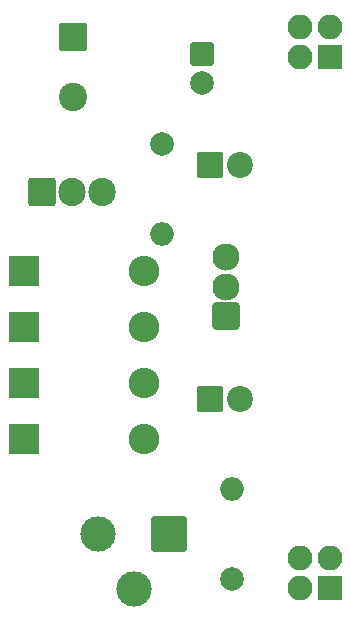
<source format=gbs>
%TF.GenerationSoftware,KiCad,Pcbnew,(6.0.7-1)-1*%
%TF.CreationDate,2022-10-15T22:10:26+02:00*%
%TF.ProjectId,BreadboardPowerSupply_v2,42726561-6462-46f6-9172-64506f776572,2*%
%TF.SameCoordinates,Original*%
%TF.FileFunction,Soldermask,Bot*%
%TF.FilePolarity,Negative*%
%FSLAX46Y46*%
G04 Gerber Fmt 4.6, Leading zero omitted, Abs format (unit mm)*
G04 Created by KiCad (PCBNEW (6.0.7-1)-1) date 2022-10-15 22:10:26*
%MOMM*%
%LPD*%
G01*
G04 APERTURE LIST*
G04 Aperture macros list*
%AMRoundRect*
0 Rectangle with rounded corners*
0 $1 Rounding radius*
0 $2 $3 $4 $5 $6 $7 $8 $9 X,Y pos of 4 corners*
0 Add a 4 corners polygon primitive as box body*
4,1,4,$2,$3,$4,$5,$6,$7,$8,$9,$2,$3,0*
0 Add four circle primitives for the rounded corners*
1,1,$1+$1,$2,$3*
1,1,$1+$1,$4,$5*
1,1,$1+$1,$6,$7*
1,1,$1+$1,$8,$9*
0 Add four rect primitives between the rounded corners*
20,1,$1+$1,$2,$3,$4,$5,0*
20,1,$1+$1,$4,$5,$6,$7,0*
20,1,$1+$1,$6,$7,$8,$9,0*
20,1,$1+$1,$8,$9,$2,$3,0*%
G04 Aperture macros list end*
%ADD10RoundRect,0.200000X-1.300000X1.300000X-1.300000X-1.300000X1.300000X-1.300000X1.300000X1.300000X0*%
%ADD11C,3.000000*%
%ADD12RoundRect,0.200000X0.850000X0.850000X-0.850000X0.850000X-0.850000X-0.850000X0.850000X-0.850000X0*%
%ADD13O,2.100000X2.100000*%
%ADD14RoundRect,0.200000X0.950000X-0.950000X0.950000X0.950000X-0.950000X0.950000X-0.950000X-0.950000X0*%
%ADD15C,2.300000*%
%ADD16RoundRect,0.200000X-1.100000X-1.100000X1.100000X-1.100000X1.100000X1.100000X-1.100000X1.100000X0*%
%ADD17O,2.600000X2.600000*%
%ADD18RoundRect,0.200000X-0.952500X-1.000000X0.952500X-1.000000X0.952500X1.000000X-0.952500X1.000000X0*%
%ADD19O,2.305000X2.400000*%
%ADD20C,2.000000*%
%ADD21O,2.000000X2.000000*%
%ADD22RoundRect,0.200000X-0.800000X0.800000X-0.800000X-0.800000X0.800000X-0.800000X0.800000X0.800000X0*%
%ADD23RoundRect,0.200000X-1.000000X1.000000X-1.000000X-1.000000X1.000000X-1.000000X1.000000X1.000000X0*%
%ADD24C,2.400000*%
%ADD25RoundRect,0.200000X-0.900000X-0.900000X0.900000X-0.900000X0.900000X0.900000X-0.900000X0.900000X0*%
%ADD26C,2.200000*%
G04 APERTURE END LIST*
D10*
%TO.C,J1*%
X51435000Y-152654000D03*
D11*
X45435000Y-152654000D03*
X48435000Y-157354000D03*
%TD*%
D12*
%TO.C,J2*%
X65024000Y-157226000D03*
D13*
X62484000Y-157226000D03*
X65024000Y-154686000D03*
X62484000Y-154686000D03*
%TD*%
D14*
%TO.C,SW1*%
X56261000Y-134239000D03*
D15*
X56261000Y-131739000D03*
X56261000Y-129239000D03*
%TD*%
D12*
%TO.C,J3*%
X65024000Y-112268000D03*
D13*
X62484000Y-112268000D03*
X65024000Y-109728000D03*
X62484000Y-109728000D03*
%TD*%
D16*
%TO.C,D2*%
X39116000Y-139911666D03*
D17*
X49276000Y-139911666D03*
%TD*%
D18*
%TO.C,U1*%
X40640000Y-123698000D03*
D19*
X43180000Y-123698000D03*
X45720000Y-123698000D03*
%TD*%
D20*
%TO.C,R2*%
X50800000Y-119634000D03*
D21*
X50800000Y-127254000D03*
%TD*%
D22*
%TO.C,C2*%
X54229000Y-112014000D03*
D20*
X54229000Y-114514000D03*
%TD*%
D16*
%TO.C,D3*%
X39116000Y-135170333D03*
D17*
X49276000Y-135170333D03*
%TD*%
D16*
%TO.C,D4*%
X39116000Y-130429000D03*
D17*
X49276000Y-130429000D03*
%TD*%
D16*
%TO.C,D1*%
X39116000Y-144653000D03*
D17*
X49276000Y-144653000D03*
%TD*%
D20*
%TO.C,R1*%
X56769000Y-156464000D03*
D21*
X56769000Y-148844000D03*
%TD*%
D23*
%TO.C,C1*%
X43307000Y-110617000D03*
D24*
X43307000Y-115617000D03*
%TD*%
D25*
%TO.C,DS5*%
X54864000Y-141224000D03*
D26*
X57404000Y-141224000D03*
%TD*%
D25*
%TO.C,DS6*%
X54864000Y-121412000D03*
D26*
X57404000Y-121412000D03*
%TD*%
M02*

</source>
